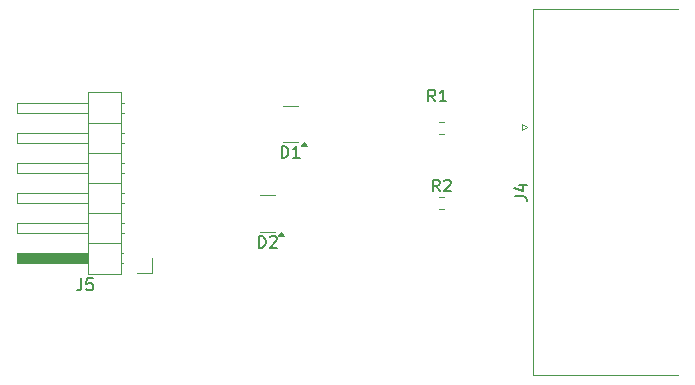
<source format=gbr>
%TF.GenerationSoftware,KiCad,Pcbnew,9.0.1*%
%TF.CreationDate,2025-05-09T12:09:10-04:00*%
%TF.ProjectId,Meterbus-interface,4d657465-7262-4757-932d-696e74657266,rev?*%
%TF.SameCoordinates,Original*%
%TF.FileFunction,Legend,Top*%
%TF.FilePolarity,Positive*%
%FSLAX46Y46*%
G04 Gerber Fmt 4.6, Leading zero omitted, Abs format (unit mm)*
G04 Created by KiCad (PCBNEW 9.0.1) date 2025-05-09 12:09:10*
%MOMM*%
%LPD*%
G01*
G04 APERTURE LIST*
%ADD10C,0.150000*%
%ADD11C,0.120000*%
G04 APERTURE END LIST*
D10*
X184581666Y-64824819D02*
X184581666Y-65539104D01*
X184581666Y-65539104D02*
X184534047Y-65681961D01*
X184534047Y-65681961D02*
X184438809Y-65777200D01*
X184438809Y-65777200D02*
X184295952Y-65824819D01*
X184295952Y-65824819D02*
X184200714Y-65824819D01*
X185534047Y-64824819D02*
X185057857Y-64824819D01*
X185057857Y-64824819D02*
X185010238Y-65301009D01*
X185010238Y-65301009D02*
X185057857Y-65253390D01*
X185057857Y-65253390D02*
X185153095Y-65205771D01*
X185153095Y-65205771D02*
X185391190Y-65205771D01*
X185391190Y-65205771D02*
X185486428Y-65253390D01*
X185486428Y-65253390D02*
X185534047Y-65301009D01*
X185534047Y-65301009D02*
X185581666Y-65396247D01*
X185581666Y-65396247D02*
X185581666Y-65634342D01*
X185581666Y-65634342D02*
X185534047Y-65729580D01*
X185534047Y-65729580D02*
X185486428Y-65777200D01*
X185486428Y-65777200D02*
X185391190Y-65824819D01*
X185391190Y-65824819D02*
X185153095Y-65824819D01*
X185153095Y-65824819D02*
X185057857Y-65777200D01*
X185057857Y-65777200D02*
X185010238Y-65729580D01*
X221289819Y-57853333D02*
X222004104Y-57853333D01*
X222004104Y-57853333D02*
X222146961Y-57900952D01*
X222146961Y-57900952D02*
X222242200Y-57996190D01*
X222242200Y-57996190D02*
X222289819Y-58139047D01*
X222289819Y-58139047D02*
X222289819Y-58234285D01*
X221623152Y-56948571D02*
X222289819Y-56948571D01*
X221242200Y-57186666D02*
X221956485Y-57424761D01*
X221956485Y-57424761D02*
X221956485Y-56805714D01*
X214528333Y-49824819D02*
X214195000Y-49348628D01*
X213956905Y-49824819D02*
X213956905Y-48824819D01*
X213956905Y-48824819D02*
X214337857Y-48824819D01*
X214337857Y-48824819D02*
X214433095Y-48872438D01*
X214433095Y-48872438D02*
X214480714Y-48920057D01*
X214480714Y-48920057D02*
X214528333Y-49015295D01*
X214528333Y-49015295D02*
X214528333Y-49158152D01*
X214528333Y-49158152D02*
X214480714Y-49253390D01*
X214480714Y-49253390D02*
X214433095Y-49301009D01*
X214433095Y-49301009D02*
X214337857Y-49348628D01*
X214337857Y-49348628D02*
X213956905Y-49348628D01*
X215480714Y-49824819D02*
X214909286Y-49824819D01*
X215195000Y-49824819D02*
X215195000Y-48824819D01*
X215195000Y-48824819D02*
X215099762Y-48967676D01*
X215099762Y-48967676D02*
X215004524Y-49062914D01*
X215004524Y-49062914D02*
X214909286Y-49110533D01*
X199601905Y-62212319D02*
X199601905Y-61212319D01*
X199601905Y-61212319D02*
X199840000Y-61212319D01*
X199840000Y-61212319D02*
X199982857Y-61259938D01*
X199982857Y-61259938D02*
X200078095Y-61355176D01*
X200078095Y-61355176D02*
X200125714Y-61450414D01*
X200125714Y-61450414D02*
X200173333Y-61640890D01*
X200173333Y-61640890D02*
X200173333Y-61783747D01*
X200173333Y-61783747D02*
X200125714Y-61974223D01*
X200125714Y-61974223D02*
X200078095Y-62069461D01*
X200078095Y-62069461D02*
X199982857Y-62164700D01*
X199982857Y-62164700D02*
X199840000Y-62212319D01*
X199840000Y-62212319D02*
X199601905Y-62212319D01*
X200554286Y-61307557D02*
X200601905Y-61259938D01*
X200601905Y-61259938D02*
X200697143Y-61212319D01*
X200697143Y-61212319D02*
X200935238Y-61212319D01*
X200935238Y-61212319D02*
X201030476Y-61259938D01*
X201030476Y-61259938D02*
X201078095Y-61307557D01*
X201078095Y-61307557D02*
X201125714Y-61402795D01*
X201125714Y-61402795D02*
X201125714Y-61498033D01*
X201125714Y-61498033D02*
X201078095Y-61640890D01*
X201078095Y-61640890D02*
X200506667Y-62212319D01*
X200506667Y-62212319D02*
X201125714Y-62212319D01*
X214908333Y-57444819D02*
X214575000Y-56968628D01*
X214336905Y-57444819D02*
X214336905Y-56444819D01*
X214336905Y-56444819D02*
X214717857Y-56444819D01*
X214717857Y-56444819D02*
X214813095Y-56492438D01*
X214813095Y-56492438D02*
X214860714Y-56540057D01*
X214860714Y-56540057D02*
X214908333Y-56635295D01*
X214908333Y-56635295D02*
X214908333Y-56778152D01*
X214908333Y-56778152D02*
X214860714Y-56873390D01*
X214860714Y-56873390D02*
X214813095Y-56921009D01*
X214813095Y-56921009D02*
X214717857Y-56968628D01*
X214717857Y-56968628D02*
X214336905Y-56968628D01*
X215289286Y-56540057D02*
X215336905Y-56492438D01*
X215336905Y-56492438D02*
X215432143Y-56444819D01*
X215432143Y-56444819D02*
X215670238Y-56444819D01*
X215670238Y-56444819D02*
X215765476Y-56492438D01*
X215765476Y-56492438D02*
X215813095Y-56540057D01*
X215813095Y-56540057D02*
X215860714Y-56635295D01*
X215860714Y-56635295D02*
X215860714Y-56730533D01*
X215860714Y-56730533D02*
X215813095Y-56873390D01*
X215813095Y-56873390D02*
X215241667Y-57444819D01*
X215241667Y-57444819D02*
X215860714Y-57444819D01*
X201524405Y-54604819D02*
X201524405Y-53604819D01*
X201524405Y-53604819D02*
X201762500Y-53604819D01*
X201762500Y-53604819D02*
X201905357Y-53652438D01*
X201905357Y-53652438D02*
X202000595Y-53747676D01*
X202000595Y-53747676D02*
X202048214Y-53842914D01*
X202048214Y-53842914D02*
X202095833Y-54033390D01*
X202095833Y-54033390D02*
X202095833Y-54176247D01*
X202095833Y-54176247D02*
X202048214Y-54366723D01*
X202048214Y-54366723D02*
X202000595Y-54461961D01*
X202000595Y-54461961D02*
X201905357Y-54557200D01*
X201905357Y-54557200D02*
X201762500Y-54604819D01*
X201762500Y-54604819D02*
X201524405Y-54604819D01*
X203048214Y-54604819D02*
X202476786Y-54604819D01*
X202762500Y-54604819D02*
X202762500Y-53604819D01*
X202762500Y-53604819D02*
X202667262Y-53747676D01*
X202667262Y-53747676D02*
X202572024Y-53842914D01*
X202572024Y-53842914D02*
X202476786Y-53890533D01*
D11*
%TO.C,J5*%
X179150000Y-49970000D02*
X185150000Y-49970000D01*
X179150000Y-50830000D02*
X179150000Y-49970000D01*
X179150000Y-52510000D02*
X185150000Y-52510000D01*
X179150000Y-53370000D02*
X179150000Y-52510000D01*
X179150000Y-55050000D02*
X185150000Y-55050000D01*
X179150000Y-55910000D02*
X179150000Y-55050000D01*
X179150000Y-57590000D02*
X185150000Y-57590000D01*
X179150000Y-58450000D02*
X179150000Y-57590000D01*
X179150000Y-60130000D02*
X185150000Y-60130000D01*
X179150000Y-60990000D02*
X179150000Y-60130000D01*
X185150000Y-49020000D02*
X185150000Y-64480000D01*
X185150000Y-50830000D02*
X179150000Y-50830000D01*
X185150000Y-53370000D02*
X179150000Y-53370000D01*
X185150000Y-55910000D02*
X179150000Y-55910000D01*
X185150000Y-58450000D02*
X179150000Y-58450000D01*
X185150000Y-60990000D02*
X179150000Y-60990000D01*
X185150000Y-64480000D02*
X187910000Y-64480000D01*
X187910000Y-49020000D02*
X185150000Y-49020000D01*
X187910000Y-51670000D02*
X185150000Y-51670000D01*
X187910000Y-54210000D02*
X185150000Y-54210000D01*
X187910000Y-56750000D02*
X185150000Y-56750000D01*
X187910000Y-59290000D02*
X185150000Y-59290000D01*
X187910000Y-61830000D02*
X185150000Y-61830000D01*
X187910000Y-64480000D02*
X187910000Y-49020000D01*
X188140000Y-62670000D02*
X187910000Y-62670000D01*
X188140000Y-63530000D02*
X187910000Y-63530000D01*
X188222642Y-49970000D02*
X187910000Y-49970000D01*
X188222642Y-50830000D02*
X187910000Y-50830000D01*
X188222642Y-52510000D02*
X187910000Y-52510000D01*
X188222642Y-53370000D02*
X187910000Y-53370000D01*
X188222642Y-55050000D02*
X187910000Y-55050000D01*
X188222642Y-55910000D02*
X187910000Y-55910000D01*
X188222642Y-57590000D02*
X187910000Y-57590000D01*
X188222642Y-58450000D02*
X187910000Y-58450000D01*
X188222642Y-60130000D02*
X187910000Y-60130000D01*
X188222642Y-60990000D02*
X187910000Y-60990000D01*
X190570000Y-63100000D02*
X190570000Y-64370000D01*
X190570000Y-64370000D02*
X189300000Y-64370000D01*
X185150000Y-63530000D02*
X179150000Y-63530000D01*
X179150000Y-62670000D01*
X185150000Y-62670000D01*
X185150000Y-63530000D01*
G36*
X185150000Y-63530000D02*
G01*
X179150000Y-63530000D01*
X179150000Y-62670000D01*
X185150000Y-62670000D01*
X185150000Y-63530000D01*
G37*
%TO.C,J4*%
X221880662Y-51730000D02*
X222313675Y-51980000D01*
X221880662Y-52230000D02*
X221880662Y-51730000D01*
X222313675Y-51980000D02*
X221880662Y-52230000D01*
X222775000Y-42035000D02*
X235115000Y-42035000D01*
X222775000Y-73005000D02*
X222775000Y-42035000D01*
X235115000Y-73005000D02*
X222775000Y-73005000D01*
%TO.C,R1*%
X214837742Y-51547500D02*
X215312258Y-51547500D01*
X214837742Y-52592500D02*
X215312258Y-52592500D01*
%TO.C,D2*%
X200340000Y-57797500D02*
X199690000Y-57797500D01*
X200340000Y-57797500D02*
X200990000Y-57797500D01*
X200340000Y-60917500D02*
X199690000Y-60917500D01*
X200340000Y-60917500D02*
X200990000Y-60917500D01*
X201742500Y-61197500D02*
X201262500Y-61197500D01*
X201502500Y-60867500D01*
X201742500Y-61197500D01*
G36*
X201742500Y-61197500D02*
G01*
X201262500Y-61197500D01*
X201502500Y-60867500D01*
X201742500Y-61197500D01*
G37*
%TO.C,R2*%
X214837742Y-57897500D02*
X215312258Y-57897500D01*
X214837742Y-58942500D02*
X215312258Y-58942500D01*
%TO.C,D1*%
X202262500Y-50190000D02*
X201612500Y-50190000D01*
X202262500Y-50190000D02*
X202912500Y-50190000D01*
X202262500Y-53310000D02*
X201612500Y-53310000D01*
X202262500Y-53310000D02*
X202912500Y-53310000D01*
X203665000Y-53590000D02*
X203185000Y-53590000D01*
X203425000Y-53260000D01*
X203665000Y-53590000D01*
G36*
X203665000Y-53590000D02*
G01*
X203185000Y-53590000D01*
X203425000Y-53260000D01*
X203665000Y-53590000D01*
G37*
%TD*%
M02*

</source>
